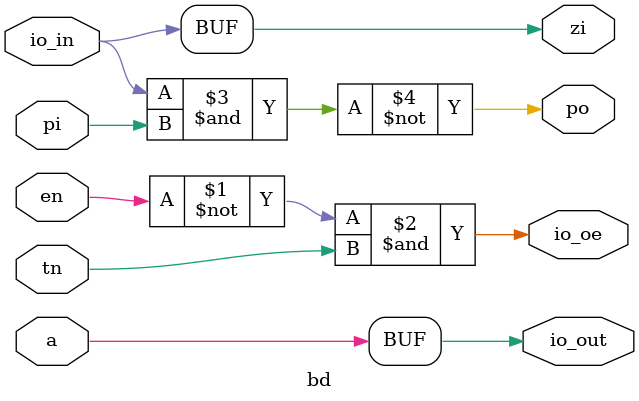
<source format=v>
`include "defs.v"

module bd
(
	output	io_out,
	output	io_oe,
	input		io_in,
	output	zi,
	output	po,
	input		a,
	input		en,
	input 	tn,
	input		pi
);

// assign io = (~en & tn) ? a : 1'bz;
// assign zi = io;
// assign po = ~(io & pi);

assign io_out = a;
assign io_oe = ~en & tn;
assign zi = io_in;
assign po = ~(io_in & pi);

endmodule

</source>
